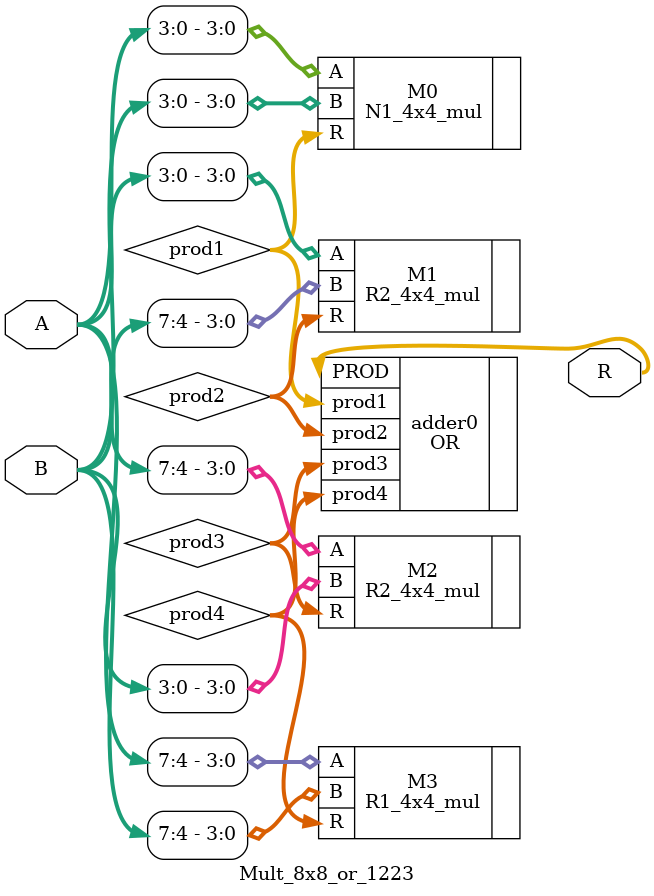
<source format=v>
module Mult_8x8_or_1223(
input [7:0] A,
input [7:0] B,
output [15:0]R
);
wire [7:0]prod1;
wire [7:0]prod2;
wire [7:0]prod3;
wire [7:0]prod4;

N1_4x4_mul M0(.A(A[3:0]),.B(B[3:0]),.R(prod1));
R2_4x4_mul M1(.A(A[3:0]),.B(B[7:4]),.R(prod2));
R2_4x4_mul M2(.A(A[7:4]),.B(B[3:0]),.R(prod3));
R1_4x4_mul M3(.A(A[7:4]),.B(B[7:4]),.R(prod4));
OR adder0(.prod1(prod1),.prod2(prod2),.prod3(prod3),.prod4(prod4),.PROD(R));
endmodule

</source>
